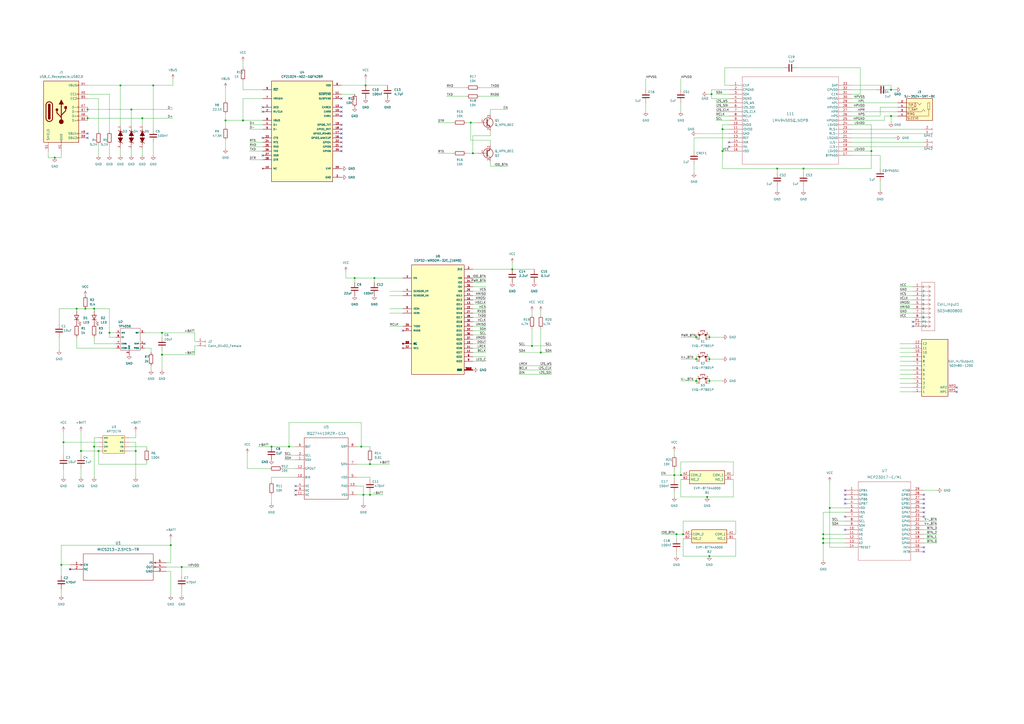
<source format=kicad_sch>
(kicad_sch (version 20211123) (generator eeschema)
  (paper "A2")
  (junction (at 412.75 54.61))
  (junction (at 391.16 275.59))
  (junction (at 93.98 193.04))
  (junction (at 403.86 195.58))
  (junction (at 308.61 200.66))
  (junction (at 140.97 69.85))
  (junction (at 50.8 63.5))
  (junction (at 76.2 63.5))
  (junction (at 411.48 322.58))
  (junction (at 105.41 328.93))
  (junction (at 396.24 309.88))
  (junction (at 167.64 259.08))
  (junction (at 410.21 288.29))
  (junction (at 313.69 204.47))
  (junction (at 505.46 87.63))
  (junction (at 157.48 259.08))
  (junction (at 403.86 220.98))
  (junction (at 99.06 316.23))
  (junction (at 403.86 208.28))
  (junction (at 35.56 327.66))
  (junction (at 394.97 275.59))
  (junction (at 477.52 309.88))
  (junction (at 210.82 287.02))
  (junction (at 411.48 220.98))
  (junction (at 57.15 261.62))
  (junction (at 82.55 68.58))
  (junction (at 274.32 88.9))
  (junction (at 214.63 269.24))
  (junction (at 297.18 156.21))
  (junction (at 466.09 97.79))
  (junction (at 481.33 294.64))
  (junction (at 69.85 49.53))
  (junction (at 477.52 314.96))
  (junction (at 78.74 261.62))
  (junction (at 217.17 161.29))
  (junction (at 411.48 195.58))
  (junction (at 50.8 68.58))
  (junction (at 411.48 208.28))
  (junction (at 46.99 261.62))
  (junction (at 63.5 193.04))
  (junction (at 516.89 52.07))
  (junction (at 212.09 49.53))
  (junction (at 214.63 287.02))
  (junction (at 205.74 161.29))
  (junction (at 419.1 87.63))
  (junction (at 31.75 91.44))
  (junction (at 130.81 69.85))
  (junction (at 49.53 179.07))
  (junction (at 93.98 205.74))
  (junction (at 209.55 259.08))
  (junction (at 273.05 71.12))
  (junction (at 36.83 256.54))
  (junction (at 44.45 179.07))
  (junction (at 54.61 259.08))
  (junction (at 477.52 312.42))
  (junction (at 54.61 179.07))
  (junction (at 516.89 67.31))
  (junction (at 392.43 309.88))
  (junction (at 88.9 49.53))
  (junction (at 450.85 97.79))
  (junction (at 419.1 74.93))
  (no_connect (at 198.12 57.15))
  (no_connect (at 490.22 299.72))
  (no_connect (at 529.59 189.23))
  (no_connect (at 529.59 186.69))
  (no_connect (at 198.12 64.77))
  (no_connect (at 198.12 80.01))
  (no_connect (at 152.4 62.23))
  (no_connect (at 198.12 82.55))
  (no_connect (at 422.91 85.09))
  (no_connect (at 422.91 82.55))
  (no_connect (at 554.99 224.79))
  (no_connect (at 554.99 227.33))
  (no_connect (at 152.4 80.01))
  (no_connect (at 198.12 67.31))
  (no_connect (at 152.4 64.77))
  (no_connect (at 198.12 72.39))
  (no_connect (at 50.8 77.47))
  (no_connect (at 50.8 80.01))
  (no_connect (at 198.12 62.23))
  (no_connect (at 40.64 330.2))
  (no_connect (at 198.12 85.09))
  (no_connect (at 233.68 191.77))
  (no_connect (at 83.82 199.39))
  (no_connect (at 171.45 287.02))
  (no_connect (at 171.45 284.48))
  (no_connect (at 171.45 281.94))
  (no_connect (at 198.12 87.63))
  (no_connect (at 198.12 74.93))
  (no_connect (at 198.12 77.47))
  (no_connect (at 152.4 90.17))
  (no_connect (at 535.94 317.5))
  (no_connect (at 535.94 320.04))
  (no_connect (at 535.94 297.18))
  (no_connect (at 535.94 294.64))
  (no_connect (at 535.94 299.72))
  (no_connect (at 535.94 292.1))
  (no_connect (at 535.94 289.56))
  (no_connect (at 490.22 307.34))
  (no_connect (at 535.94 287.02))
  (no_connect (at 490.22 292.1))
  (no_connect (at 490.22 287.02))
  (no_connect (at 490.22 289.56))
  (no_connect (at 490.22 284.48))
  (wire (pts (xy 69.85 49.53) (xy 69.85 72.39)))
  (wire (pts (xy 274.32 204.47) (xy 281.94 204.47)))
  (wire (pts (xy 130.81 50.8) (xy 130.81 58.42)))
  (wire (pts (xy 273.05 71.12) (xy 276.86 71.12)))
  (wire (pts (xy 217.17 161.29) (xy 233.68 161.29)))
  (wire (pts (xy 420.37 49.53) (xy 420.37 39.37)))
  (wire (pts (xy 419.1 220.98) (xy 411.48 220.98)))
  (wire (pts (xy 214.63 259.08) (xy 209.55 259.08)))
  (wire (pts (xy 394.97 208.28) (xy 403.86 208.28)))
  (wire (pts (xy 450.85 97.79) (xy 419.1 97.79)))
  (wire (pts (xy 403.86 220.98) (xy 403.86 222.25)))
  (wire (pts (xy 93.98 205.74) (xy 93.98 214.63)))
  (wire (pts (xy 87.63 201.93) (xy 87.63 204.47)))
  (wire (pts (xy 392.43 309.88) (xy 396.24 309.88)))
  (wire (pts (xy 422.91 59.69) (xy 415.29 59.69)))
  (wire (pts (xy 494.03 59.69) (xy 520.7 59.69)))
  (wire (pts (xy 36.83 250.19) (xy 36.83 256.54)))
  (wire (pts (xy 212.09 49.53) (xy 224.79 49.53)))
  (wire (pts (xy 521.97 168.91) (xy 529.59 168.91)))
  (wire (pts (xy 214.63 276.86) (xy 214.63 278.13)))
  (wire (pts (xy 411.48 209.55) (xy 410.21 209.55)))
  (wire (pts (xy 543.56 309.88) (xy 535.94 309.88)))
  (wire (pts (xy 410.21 219.71) (xy 411.48 219.71)))
  (wire (pts (xy 274.32 189.23) (xy 281.94 189.23)))
  (wire (pts (xy 157.48 279.4) (xy 157.48 276.86)))
  (wire (pts (xy 391.16 288.29) (xy 391.16 285.75)))
  (wire (pts (xy 477.52 312.42) (xy 477.52 314.96)))
  (wire (pts (xy 477.52 314.96) (xy 490.22 314.96)))
  (wire (pts (xy 521.97 171.45) (xy 529.59 171.45)))
  (wire (pts (xy 50.8 63.5) (xy 76.2 63.5)))
  (wire (pts (xy 88.9 49.53) (xy 88.9 74.93)))
  (wire (pts (xy 426.72 312.42) (xy 426.72 322.58)))
  (wire (pts (xy 50.8 68.58) (xy 50.8 69.85)))
  (wire (pts (xy 233.68 171.45) (xy 226.06 171.45)))
  (wire (pts (xy 254 71.12) (xy 262.89 71.12)))
  (wire (pts (xy 543.56 304.8) (xy 535.94 304.8)))
  (wire (pts (xy 76.2 90.17) (xy 76.2 86.36)))
  (wire (pts (xy 130.81 81.28) (xy 130.81 86.36)))
  (wire (pts (xy 450.85 97.79) (xy 450.85 100.33)))
  (wire (pts (xy 426.72 309.88) (xy 426.72 302.26)))
  (wire (pts (xy 78.74 261.62) (xy 78.74 276.86)))
  (wire (pts (xy 516.89 67.31) (xy 513.08 67.31)))
  (wire (pts (xy 425.45 267.97) (xy 394.97 267.97)))
  (wire (pts (xy 50.8 63.5) (xy 50.8 64.77)))
  (wire (pts (xy 254 88.9) (xy 262.89 88.9)))
  (wire (pts (xy 210.82 281.94) (xy 207.01 281.94)))
  (wire (pts (xy 422.91 54.61) (xy 415.29 54.61)))
  (wire (pts (xy 233.68 168.91) (xy 226.06 168.91)))
  (wire (pts (xy 410.21 54.61) (xy 412.75 54.61)))
  (wire (pts (xy 543.56 312.42) (xy 535.94 312.42)))
  (wire (pts (xy 422.91 57.15) (xy 412.75 57.15)))
  (wire (pts (xy 477.52 312.42) (xy 490.22 312.42)))
  (wire (pts (xy 281.94 201.93) (xy 274.32 201.93)))
  (wire (pts (xy 74.93 256.54) (xy 78.74 256.54)))
  (wire (pts (xy 274.32 156.21) (xy 297.18 156.21)))
  (wire (pts (xy 521.97 184.15) (xy 529.59 184.15)))
  (wire (pts (xy 210.82 292.1) (xy 210.82 287.02)))
  (wire (pts (xy 140.97 46.99) (xy 140.97 52.07)))
  (wire (pts (xy 78.74 256.54) (xy 78.74 261.62)))
  (wire (pts (xy 412.75 52.07) (xy 422.91 52.07)))
  (wire (pts (xy 36.83 256.54) (xy 36.83 264.16)))
  (wire (pts (xy 100.33 49.53) (xy 100.33 45.72)))
  (wire (pts (xy 54.61 254) (xy 54.61 259.08)))
  (wire (pts (xy 57.15 269.24) (xy 57.15 261.62)))
  (wire (pts (xy 54.61 195.58) (xy 54.61 199.39)))
  (wire (pts (xy 516.89 52.07) (xy 519.43 52.07)))
  (wire (pts (xy 205.74 161.29) (xy 200.66 161.29)))
  (wire (pts (xy 82.55 90.17) (xy 82.55 86.36)))
  (wire (pts (xy 157.48 276.86) (xy 171.45 276.86)))
  (wire (pts (xy 207.01 276.86) (xy 214.63 276.86)))
  (wire (pts (xy 396.24 322.58) (xy 396.24 312.42)))
  (wire (pts (xy 477.52 297.18) (xy 490.22 297.18)))
  (wire (pts (xy 391.16 275.59) (xy 383.54 275.59)))
  (wire (pts (xy 83.82 201.93) (xy 87.63 201.93)))
  (wire (pts (xy 44.45 179.07) (xy 44.45 180.34)))
  (wire (pts (xy 391.16 271.78) (xy 391.16 275.59)))
  (wire (pts (xy 63.5 54.61) (xy 63.5 76.2)))
  (wire (pts (xy 466.09 107.95) (xy 466.09 110.49)))
  (wire (pts (xy 140.97 69.85) (xy 152.4 69.85)))
  (wire (pts (xy 140.97 52.07) (xy 152.4 52.07)))
  (wire (pts (xy 494.03 87.63) (xy 505.46 87.63)))
  (wire (pts (xy 130.81 66.04) (xy 130.81 69.85)))
  (wire (pts (xy 152.4 57.15) (xy 140.97 57.15)))
  (wire (pts (xy 105.41 328.93) (xy 105.41 334.01)))
  (wire (pts (xy 501.65 62.23) (xy 494.03 62.23)))
  (wire (pts (xy 521.97 176.53) (xy 529.59 176.53)))
  (wire (pts (xy 419.1 208.28) (xy 411.48 208.28)))
  (wire (pts (xy 494.03 74.93) (xy 535.94 74.93)))
  (wire (pts (xy 419.1 97.79) (xy 419.1 87.63)))
  (wire (pts (xy 419.1 195.58) (xy 411.48 195.58)))
  (wire (pts (xy 403.86 219.71) (xy 403.86 220.98)))
  (wire (pts (xy 82.55 68.58) (xy 100.33 68.58)))
  (wire (pts (xy 422.91 64.77) (xy 415.29 64.77)))
  (wire (pts (xy 171.45 271.78) (xy 163.83 271.78)))
  (wire (pts (xy 477.52 297.18) (xy 477.52 309.88)))
  (wire (pts (xy 50.8 54.61) (xy 63.5 54.61)))
  (wire (pts (xy 274.32 78.74) (xy 274.32 88.9)))
  (wire (pts (xy 313.69 204.47) (xy 320.04 204.47)))
  (wire (pts (xy 274.32 179.07) (xy 281.94 179.07)))
  (wire (pts (xy 394.97 45.72) (xy 394.97 52.07)))
  (wire (pts (xy 313.69 190.5) (xy 313.69 204.47)))
  (wire (pts (xy 274.32 168.91) (xy 281.94 168.91)))
  (wire (pts (xy 394.97 195.58) (xy 403.86 195.58)))
  (wire (pts (xy 281.94 209.55) (xy 274.32 209.55)))
  (wire (pts (xy 274.32 173.99) (xy 281.94 173.99)))
  (wire (pts (xy 422.91 49.53) (xy 420.37 49.53)))
  (wire (pts (xy 93.98 205.74) (xy 113.03 205.74)))
  (wire (pts (xy 392.43 309.88) (xy 383.54 309.88)))
  (wire (pts (xy 278.13 50.8) (xy 289.56 50.8)))
  (wire (pts (xy 113.03 200.66) (xy 114.3 200.66)))
  (wire (pts (xy 412.75 57.15) (xy 412.75 54.61)))
  (wire (pts (xy 297.18 156.21) (xy 309.88 156.21)))
  (wire (pts (xy 513.08 67.31) (xy 513.08 69.85)))
  (wire (pts (xy 50.8 49.53) (xy 69.85 49.53)))
  (wire (pts (xy 466.09 97.79) (xy 450.85 97.79)))
  (wire (pts (xy 425.45 288.29) (xy 410.21 288.29)))
  (wire (pts (xy 96.52 326.39) (xy 99.06 326.39)))
  (wire (pts (xy 63.5 195.58) (xy 63.5 193.04)))
  (wire (pts (xy 521.97 166.37) (xy 529.59 166.37)))
  (wire (pts (xy 494.03 85.09) (xy 535.94 85.09)))
  (wire (pts (xy 113.03 205.74) (xy 113.03 200.66)))
  (wire (pts (xy 74.93 261.62) (xy 78.74 261.62)))
  (wire (pts (xy 515.62 52.07) (xy 516.89 52.07)))
  (wire (pts (xy 46.99 261.62) (xy 57.15 261.62)))
  (wire (pts (xy 466.09 97.79) (xy 466.09 100.33)))
  (wire (pts (xy 494.03 64.77) (xy 520.7 64.77)))
  (wire (pts (xy 259.08 55.88) (xy 270.51 55.88)))
  (wire (pts (xy 477.52 309.88) (xy 490.22 309.88)))
  (wire (pts (xy 273.05 81.28) (xy 273.05 71.12)))
  (wire (pts (xy 274.32 171.45) (xy 281.94 171.45)))
  (wire (pts (xy 481.33 317.5) (xy 490.22 317.5)))
  (wire (pts (xy 520.7 62.23) (xy 510.54 62.23)))
  (wire (pts (xy 516.89 49.53) (xy 516.89 52.07)))
  (wire (pts (xy 300.99 204.47) (xy 313.69 204.47)))
  (wire (pts (xy 313.69 180.34) (xy 313.69 182.88)))
  (wire (pts (xy 494.03 77.47) (xy 535.94 77.47)))
  (wire (pts (xy 140.97 39.37) (xy 140.97 35.56)))
  (wire (pts (xy 510.54 62.23) (xy 510.54 67.31)))
  (wire (pts (xy 57.15 57.15) (xy 57.15 76.2)))
  (wire (pts (xy 278.13 55.88) (xy 289.56 55.88)))
  (wire (pts (xy 535.94 284.48) (xy 543.56 284.48)))
  (wire (pts (xy 499.11 54.61) (xy 494.03 54.61)))
  (wire (pts (xy 392.43 322.58) (xy 392.43 320.04)))
  (wire (pts (xy 519.43 80.01) (xy 494.03 80.01)))
  (wire (pts (xy 481.33 317.5) (xy 481.33 294.64)))
  (wire (pts (xy 284.48 63.5) (xy 294.64 63.5)))
  (wire (pts (xy 210.82 287.02) (xy 214.63 287.02)))
  (wire (pts (xy 412.75 54.61) (xy 412.75 52.07)))
  (wire (pts (xy 200.66 161.29) (xy 200.66 157.48)))
  (wire (pts (xy 403.86 196.85) (xy 405.13 196.85)))
  (wire (pts (xy 284.48 81.28) (xy 273.05 81.28)))
  (wire (pts (xy 46.99 250.19) (xy 46.99 261.62)))
  (wire (pts (xy 209.55 259.08) (xy 207.01 259.08)))
  (wire (pts (xy 411.48 196.85) (xy 410.21 196.85)))
  (wire (pts (xy 521.97 224.79) (xy 529.59 224.79)))
  (wire (pts (xy 405.13 207.01) (xy 403.86 207.01)))
  (wire (pts (xy 425.45 278.13) (xy 425.45 288.29)))
  (wire (pts (xy 34.29 179.07) (xy 34.29 187.96)))
  (wire (pts (xy 391.16 261.62) (xy 391.16 264.16)))
  (wire (pts (xy 521.97 219.71) (xy 529.59 219.71)))
  (wire (pts (xy 49.53 179.07) (xy 44.45 179.07)))
  (wire (pts (xy 392.43 312.42) (xy 392.43 309.88)))
  (wire (pts (xy 410.21 288.29) (xy 394.97 288.29)))
  (wire (pts (xy 405.13 194.31) (xy 403.86 194.31)))
  (wire (pts (xy 281.94 207.01) (xy 274.32 207.01)))
  (wire (pts (xy 50.8 57.15) (xy 57.15 57.15)))
  (wire (pts (xy 165.1 264.16) (xy 171.45 264.16)))
  (wire (pts (xy 217.17 161.29) (xy 205.74 161.29)))
  (wire (pts (xy 422.91 67.31) (xy 415.29 67.31)))
  (wire (pts (xy 149.86 259.08) (xy 157.48 259.08)))
  (wire (pts (xy 281.94 166.37) (xy 274.32 166.37)))
  (wire (pts (xy 505.46 97.79) (xy 466.09 97.79)))
  (wire (pts (xy 130.81 69.85) (xy 130.81 73.66)))
  (wire (pts (xy 411.48 194.31) (xy 411.48 195.58)))
  (wire (pts (xy 505.46 87.63) (xy 505.46 97.79)))
  (wire (pts (xy 396.24 302.26) (xy 396.24 309.88)))
  (wire (pts (xy 426.72 302.26) (xy 396.24 302.26)))
  (wire (pts (xy 284.48 78.74) (xy 274.32 78.74)))
  (wire (pts (xy 54.61 179.07) (xy 49.53 179.07)))
  (wire (pts (xy 63.5 83.82) (xy 63.5 90.17)))
  (wire (pts (xy 54.61 179.07) (xy 63.5 179.07)))
  (wire (pts (xy 217.17 161.29) (xy 217.17 163.83)))
  (wire (pts (xy 419.1 74.93) (xy 422.91 74.93)))
  (wire (pts (xy 233.68 179.07) (xy 226.06 179.07)))
  (wire (pts (xy 410.21 207.01) (xy 411.48 207.01)))
  (wire (pts (xy 35.56 91.44) (xy 35.56 87.63)))
  (wire (pts (xy 93.98 193.04) (xy 93.98 195.58)))
  (wire (pts (xy 481.33 294.64) (xy 481.33 279.4)))
  (wire (pts (xy 167.64 259.08) (xy 167.64 245.11)))
  (wire (pts (xy 494.03 72.39) (xy 505.46 72.39)))
  (wire (pts (xy 205.74 161.29) (xy 205.74 163.83)))
  (wire (pts (xy 521.97 199.39) (xy 529.59 199.39)))
  (wire (pts (xy 63.5 193.04) (xy 63.5 179.07)))
  (wire (pts (xy 83.82 193.04) (xy 93.98 193.04)))
  (wire (pts (xy 411.48 195.58) (xy 411.48 196.85)))
  (wire (pts (xy 93.98 203.2) (xy 93.98 205.74)))
  (wire (pts (xy 88.9 90.17) (xy 88.9 82.55)))
  (wire (pts (xy 157.48 259.08) (xy 167.64 259.08)))
  (wire (pts (xy 481.33 294.64) (xy 490.22 294.64)))
  (wire (pts (xy 63.5 193.04) (xy 67.31 193.04)))
  (wire (pts (xy 85.09 267.97) (xy 85.09 269.24)))
  (wire (pts (xy 422.91 77.47) (xy 403.86 77.47)))
  (wire (pts (xy 207.01 287.02) (xy 210.82 287.02)))
  (wire (pts (xy 494.03 69.85) (xy 513.08 69.85)))
  (wire (pts (xy 394.97 220.98) (xy 403.86 220.98)))
  (wire (pts (xy 44.45 195.58) (xy 44.45 201.93)))
  (wire (pts (xy 76.2 63.5) (xy 76.2 72.39)))
  (wire (pts (xy 27.94 87.63) (xy 27.94 91.44)))
  (wire (pts (xy 405.13 219.71) (xy 403.86 219.71)))
  (wire (pts (xy 54.61 259.08) (xy 57.15 259.08)))
  (wire (pts (xy 82.55 68.58) (xy 82.55 72.39)))
  (wire (pts (xy 152.4 85.09) (xy 144.78 85.09)))
  (wire (pts (xy 152.4 74.93) (xy 144.78 74.93)))
  (wire (pts (xy 410.21 194.31) (xy 411.48 194.31)))
  (wire (pts (xy 402.59 95.25) (xy 402.59 100.33)))
  (wire (pts (xy 521.97 214.63) (xy 529.59 214.63)))
  (wire (pts (xy 281.94 194.31) (xy 274.32 194.31)))
  (wire (pts (xy 198.12 49.53) (xy 212.09 49.53)))
  (wire (pts (xy 205.74 54.61) (xy 198.12 54.61)))
  (wire (pts (xy 281.94 161.29) (xy 274.32 161.29)))
  (wire (pts (xy 521.97 212.09) (xy 529.59 212.09)))
  (wire (pts (xy 521.97 201.93) (xy 529.59 201.93)))
  (wire (pts (xy 57.15 83.82) (xy 57.15 90.17)))
  (wire (pts (xy 270.51 88.9) (xy 274.32 88.9)))
  (wire (pts (xy 543.56 307.34) (xy 535.94 307.34)))
  (wire (pts (xy 88.9 49.53) (xy 100.33 49.53)))
  (wire (pts (xy 394.97 59.69) (xy 394.97 64.77)))
  (wire (pts (xy 274.32 186.69) (xy 281.94 186.69)))
  (wire (pts (xy 281.94 199.39) (xy 274.32 199.39)))
  (wire (pts (xy 521.97 179.07) (xy 529.59 179.07)))
  (wire (pts (xy 105.41 328.93) (xy 115.57 328.93)))
  (wire (pts (xy 300.99 200.66) (xy 308.61 200.66)))
  (wire (pts (xy 85.09 259.08) (xy 74.93 259.08)))
  (wire (pts (xy 308.61 190.5) (xy 308.61 200.66)))
  (wire (pts (xy 274.32 196.85) (xy 281.94 196.85)))
  (wire (pts (xy 281.94 191.77) (xy 274.32 191.77)))
  (wire (pts (xy 516.89 71.12) (xy 516.89 67.31)))
  (wire (pts (xy 214.63 287.02) (xy 214.63 285.75)))
  (wire (pts (xy 374.65 45.72) (xy 374.65 52.07)))
  (wire (pts (xy 274.32 176.53) (xy 281.94 176.53)))
  (wire (pts (xy 422.91 69.85) (xy 415.29 69.85)))
  (wire (pts (xy 87.63 212.09) (xy 87.63 214.63)))
  (wire (pts (xy 411.48 207.01) (xy 411.48 208.28)))
  (wire (pts (xy 259.08 50.8) (xy 270.51 50.8)))
  (wire (pts (xy 35.56 327.66) (xy 40.64 327.66)))
  (wire (pts (xy 113.03 198.12) (xy 114.3 198.12)))
  (wire (pts (xy 212.09 45.72) (xy 212.09 49.53)))
  (wire (pts (xy 74.93 254) (xy 78.74 254)))
  (wire (pts (xy 140.97 57.15) (xy 140.97 69.85)))
  (wire (pts (xy 214.63 269.24) (xy 207.01 269.24)))
  (wire (pts (xy 156.21 271.78) (xy 143.51 271.78)))
  (wire (pts (xy 209.55 245.11) (xy 209.55 259.08)))
  (wire (pts (xy 284.48 66.04) (xy 284.48 63.5)))
  (wire (pts (xy 105.41 341.63) (xy 105.41 345.44)))
  (wire (pts (xy 425.45 275.59) (xy 425.45 267.97)))
  (wire (pts (xy 152.4 92.71) (xy 144.78 92.71)))
  (wire (pts (xy 520.7 67.31) (xy 516.89 67.31)))
  (wire (pts (xy 35.56 316.23) (xy 35.56 327.66)))
  (wire (pts (xy 297.18 152.4) (xy 297.18 156.21)))
  (wire (pts (xy 462.28 39.37) (xy 499.11 39.37)))
  (wire (pts (xy 477.52 314.96) (xy 477.52 325.12)))
  (wire (pts (xy 521.97 217.17) (xy 529.59 217.17)))
  (wire (pts (xy 391.16 275.59) (xy 394.97 275.59)))
  (wire (pts (xy 422.91 72.39) (xy 419.1 72.39)))
  (wire (pts (xy 27.94 91.44) (xy 31.75 91.44)))
  (wire (pts (xy 521.97 207.01) (xy 529.59 207.01)))
  (wire (pts (xy 50.8 67.31) (xy 50.8 68.58)))
  (wire (pts (xy 521.97 227.33) (xy 529.59 227.33)))
  (wire (pts (xy 35.56 327.66) (xy 35.56 334.01)))
  (wire (pts (xy 403.86 222.25) (xy 405.13 222.25)))
  (wire (pts (xy 99.06 331.47) (xy 99.06 345.44)))
  (wire (pts (xy 419.1 72.39) (xy 419.1 74.93)))
  (wire (pts (xy 494.03 67.31) (xy 510.54 67.31)))
  (wire (pts (xy 403.86 195.58) (xy 403.86 196.85)))
  (wire (pts (xy 274.32 184.15) (xy 281.94 184.15)))
  (wire (pts (xy 521.97 209.55) (xy 529.59 209.55)))
  (wire (pts (xy 54.61 179.07) (xy 54.61 180.34)))
  (wire (pts (xy 284.48 76.2) (xy 284.48 78.74)))
  (wire (pts (xy 284.48 83.82) (xy 284.48 81.28)))
  (wire (pts (xy 69.85 49.53) (xy 88.9 49.53)))
  (wire (pts (xy 403.86 207.01) (xy 403.86 208.28)))
  (wire (pts (xy 505.46 72.39) (xy 505.46 87.63)))
  (wire (pts (xy 57.15 254) (xy 54.61 254)))
  (wire (pts (xy 67.31 195.58) (xy 63.5 195.58)))
  (wire (pts (xy 499.11 39.37) (xy 499.11 54.61)))
  (wire (pts (xy 85.09 269.24) (xy 57.15 269.24)))
  (wire (pts (xy 308.61 180.34) (xy 308.61 182.88)))
  (wire (pts (xy 46.99 276.86) (xy 46.99 271.78)))
  (wire (pts (xy 501.65 57.15) (xy 494.03 57.15)))
  (wire (pts (xy 394.97 288.29) (xy 394.97 278.13)))
  (wire (pts (xy 308.61 200.66) (xy 320.04 200.66)))
  (wire (pts (xy 284.48 93.98) (xy 284.48 96.52)))
  (wire (pts (xy 422.91 62.23) (xy 415.29 62.23)))
  (wire (pts (xy 494.03 90.17) (xy 510.54 90.17)))
  (wire (pts (xy 300.99 217.17) (xy 320.04 217.17)))
  (wire (pts (xy 96.52 331.47) (xy 99.06 331.47)))
  (wire (pts (xy 35.56 341.63) (xy 35.56 345.44)))
  (wire (pts (xy 96.52 328.93) (xy 105.41 328.93)))
  (wire (pts (xy 510.54 90.17) (xy 510.54 97.79)))
  (wire (pts (xy 99.06 312.42) (xy 99.06 316.23)))
  (wire (pts (xy 494.03 49.53) (xy 516.89 49.53)))
  (wire (pts (xy 391.16 278.13) (xy 391.16 275.59)))
  (wire (pts (xy 165.1 266.7) (xy 171.45 266.7)))
  (wire (pts (xy 78.74 254) (xy 78.74 250.19)))
  (wire (pts (xy 152.4 87.63) (xy 144.78 87.63)))
  (wire (pts (xy 411.48 220.98) (xy 411.48 222.25)))
  (wire (pts (xy 54.61 259.08) (xy 54.61 276.86)))
  (wire (pts (xy 521.97 181.61) (xy 529.59 181.61)))
  (wire (pts (xy 494.03 82.55) (xy 535.94 82.55)))
  (wire (pts (xy 411.48 208.28) (xy 411.48 209.55)))
  (wire (pts (xy 422.91 80.01) (xy 402.59 80.01)))
  (wire (pts (xy 99.06 316.23) (xy 99.06 326.39)))
  (wire (pts (xy 274.32 88.9) (xy 276.86 88.9)))
  (wire (pts (xy 426.72 322.58) (xy 411.48 322.58)))
  (wire (pts (xy 494.03 52.07) (xy 508 52.07)))
  (wire (pts (xy 167.64 245.11) (xy 209.55 245.11)))
  (wire (pts (xy 403.86 194.31) (xy 403.86 195.58)))
  (wire (pts (xy 477.52 309.88) (xy 477.52 312.42)))
  (wire (pts (xy 152.4 72.39) (xy 144.78 72.39)))
  (wire (pts (xy 50.8 62.23) (xy 50.8 63.5)))
  (wire (pts (xy 76.2 63.5) (xy 100.33 63.5)))
  (wire (pts (xy 419.1 87.63) (xy 422.91 87.63)))
  (wire (pts (xy 403.86 208.28) (xy 403.86 209.55)))
  (wire (pts (xy 490.22 304.8) (xy 482.6 304.8)))
  (wire (pts (xy 402.59 80.01) (xy 402.59 87.63)))
  (wire (pts (xy 214.63 259.08) (xy 214.63 260.35)))
  (wire (pts (xy 411.48 219.71) (xy 411.48 220.98)))
  (wire (pts (xy 300.99 214.63) (xy 320.04 214.63)))
  (wire (pts (xy 543.56 302.26) (xy 535.94 302.26)))
  (wire (pts (xy 543.56 314.96) (xy 535.94 314.96)))
  (wire (pts (xy 69.85 90.17) (xy 69.85 86.36)))
  (wire (pts (xy 419.1 74.93) (xy 419.1 87.63)))
  (wire (pts (xy 214.63 287.02) (xy 222.25 287.02)))
  (wire (pts (xy 510.54 105.41) (xy 510.54 110.49)))
  (wire (pts (xy 50.8 68.58) (xy 82.55 68.58)))
  (wire (pts (xy 46.99 264.16) (xy 46.99 261.62)))
  (wire (pts (xy 152.4 82.55) (xy 144.78 82.55)))
  (wire (pts (xy 274.32 181.61) (xy 281.94 181.61)))
  (wire (pts (xy 93.98 193.04) (xy 113.03 193.04)))
  (wire (pts (xy 35.56 316.23) (xy 99.06 316.23)))
  (wire (pts (xy 420.37 39.37) (xy 454.66 39.37)))
  (wire (pts (xy 411.48 322.58) (xy 396.24 322.58)))
  (wire (pts (xy 214.63 267.97) (xy 214.63 269.24)))
  (wire (pts (xy 521.97 173.99) (xy 529.59 173.99)))
  (wire (pts (xy 210.82 281.94) (xy 210.82 287.02)))
  (wire (pts (xy 281.94 163.83) (xy 274.32 163.83)))
  (wire (pts (xy 54.61 199.39) (xy 67.31 199.39)))
  (wire (pts (xy 214.63 269.24) (xy 226.06 269.24)))
  (wire (pts (xy 143.51 271.78) (xy 143.51 262.89)))
  (wire (pts (xy 450.85 107.95) (xy 450.85 110.49)))
  (wire (pts (xy 521.97 204.47) (xy 529.59 204.47)))
  (wire (pts (xy 44.45 179.07) (xy 34.29 179.07)))
  (wire (pts (xy 85.09 260.35) (xy 85.09 259.08)))
  (wire (pts (xy 300.99 212.09) (xy 320.04 212.09)))
  (wire (pts (xy 36.83 256.54) (xy 57.15 256.54)))
  (wire (pts (xy 157.48 287.02) (xy 157.48 292.1)))
  (wire (pts (xy 171.45 259.08) (xy 167.64 259.08)))
  (wire (pts (xy 394.97 267.97) (xy 394.97 275.59)))
  (wire (pts (xy 31.75 91.44) (xy 35.56 91.44)))
  (wire (pts (xy 374.65 59.69) (xy 374.65 64.77)))
  (wire (pts (xy 44.45 201.93) (xy 67.31 201.93)))
  (wire (pts (xy 411.48 222.25) (xy 410.21 222.25)))
  (wire (pts (xy 130.81 69.85) (xy 140.97 69.85)))
  (wire (pts (xy 490.22 302.26) (xy 482.6 302.26)))
  (wire (pts (xy 521.97 222.25) (xy 529.59 222.25)))
  (wire (pts (xy 270.51 71.12) (xy 273.05 71.12)))
  (wire (pts (xy 233.68 181.61) (xy 226.06 181.61)))
  (wire (pts (xy 284.48 96.52) (xy 294.64 96.52)))
  (wire (pts (xy 403.86 209.55) (xy 405.13 209.55)))
  (wire (pts (xy 34.29 195.58) (xy 34.29 203.2)))
  (wire (pts (xy 233.68 189.23) (xy 226.06 189.23)))
  (wire (pts (xy 36.83 276.86) (xy 36.83 271.78)))
  (wire (pts (xy 113.03 193.04) (xy 113.03 198.12)))
  (label "BCLK" (at 300.99 214.63 0))
  (label "TXD" (at 144.78 87.63 0))
  (label "LED_C" (at 281.94 209.55 180))
  (label "RTS" (at 254 88.9 0))
  (label "TXD" (at 259.08 55.88 0))
  (label "SDA" (at 320.04 204.47 180))
  (label "SDA" (at 415.29 54.61 0))
  (label "I2S_WS" (at 415.29 59.69 0))
  (label "HPVDD" (at 115.57 328.93 180))
  (label "VMOSI" (at 281.94 196.85 180))
  (label "IO0_BTN" (at 281.94 161.29 180))
  (label "HPVDD" (at 501.65 62.23 180))
  (label "TXD0" (at 289.56 50.8 180))
  (label "HPVSS" (at 501.65 57.15 180))
  (label "HPVSS" (at 374.65 45.72 0))
  (label "HPVDD" (at 394.97 45.72 0))
  (label "DTR" (at 254 71.12 0))
  (label "V-_BTN" (at 543.56 302.26 180))
  (label "VCLK" (at 281.94 186.69 180))
  (label "SCL" (at 165.1 264.16 0))
  (label "PWR_BTN" (at 394.97 195.58 0))
  (label "I2S_SDI" (at 320.04 217.17 180))
  (label "BCLK" (at 281.94 204.47 180))
  (label "+BATT" (at 226.06 269.24 180))
  (label "D+" (at 100.33 68.58 180))
  (label "PWR_BTN" (at 281.94 163.83 180))
  (label "VCC" (at 521.97 166.37 0))
  (label "I2S_WS" (at 320.04 212.09 180))
  (label "SDA" (at 281.94 191.77 180))
  (label "HCS" (at 281.94 179.07 180))
  (label "VCS" (at 281.94 168.91 180))
  (label "MCLK" (at 226.06 189.23 0))
  (label "VMOSI" (at 521.97 176.53 0))
  (label "LSVDD" (at 501.65 72.39 180))
  (label "-BATT" (at 222.25 287.02 180))
  (label "+BATT" (at 113.03 193.04 180))
  (label "SDA" (at 300.99 204.47 0))
  (label "I2S_CLK" (at 320.04 214.63 180))
  (label "VMISO" (at 281.94 189.23 180))
  (label "EN" (at 383.54 275.59 0))
  (label "TXD0" (at 281.94 184.15 180))
  (label "HPL" (at 501.65 59.69 180))
  (label "-BATT" (at 113.03 205.74 180))
  (label "EN" (at 294.64 63.5 180))
  (label "HMISO" (at 281.94 171.45 180))
  (label "V-_BTN" (at 394.97 220.98 0))
  (label "HMOSI" (at 281.94 173.99 180))
  (label "SCL" (at 482.6 302.26 0))
  (label "RXD0" (at 289.56 55.88 180))
  (label "BTN_1" (at 543.56 312.42 180))
  (label "SDA" (at 482.6 304.8 0))
  (label "HSCLK" (at 281.94 176.53 180))
  (label "I2S_SDI" (at 415.29 62.23 0))
  (label "IO0_BTN" (at 383.54 309.88 0))
  (label "SCL" (at 300.99 200.66 0))
  (label "RXD" (at 259.08 50.8 0))
  (label "VCLK" (at 521.97 173.99 0))
  (label "HPR" (at 501.65 64.77 180))
  (label "+BATT" (at 149.86 259.08 0))
  (label "SDA" (at 165.1 266.7 0))
  (label "SCL" (at 415.29 69.85 0))
  (label "HPS" (at 501.65 67.31 180))
  (label "BTN_0" (at 543.56 314.96 180))
  (label "RXD" (at 144.78 85.09 0))
  (label "GND" (at 521.97 168.91 0))
  (label "GND" (at 521.97 181.61 0))
  (label "SCL" (at 320.04 200.66 180))
  (label "BTN_2" (at 543.56 309.88 180))
  (label "VMISO" (at 521.97 179.07 0))
  (label "DTR" (at 144.78 92.71 0))
  (label "MCLK" (at 415.29 67.31 0))
  (label "VCS" (at 521.97 171.45 0))
  (label "D+" (at 144.78 72.39 0))
  (label "D-" (at 100.33 63.5 180))
  (label "SCL" (at 281.94 194.31 180))
  (label "VCC" (at 419.1 87.63 0))
  (label "I2S_CLK" (at 415.29 64.77 0))
  (label "D-" (at 144.78 74.93 0))
  (label "V+_BTN" (at 394.97 208.28 0))
  (label "VCC" (at 521.97 184.15 0))
  (label "DIN" (at 300.99 217.17 0))
  (label "DOUT" (at 281.94 199.39 180))
  (label "LRCK" (at 281.94 201.93 180))
  (label "LRCK" (at 300.99 212.09 0))
  (label "HPGND" (at 501.65 69.85 180))
  (label "IO0_BTN" (at 294.64 96.52 180))
  (label "LSVDD" (at 501.65 87.63 180))
  (label "BTN_3" (at 543.56 307.34 180))
  (label "RTS" (at 144.78 82.55 0))
  (label "RXD0" (at 281.94 181.61 180))
  (label "V+_BTN" (at 543.56 304.8 180))
  (symbol (lib_id "power:GND") (at 78.74 276.86 0) (unit 1)
    (property "Reference" "#PWR016" (effects hide))
    (property "Value" "GND" (at 78.74 281.94 0))
  )
  (symbol (lib_id "power:GND") (at 74.93 205.74 0) (unit 1)
    (property "Reference" "#PWR013" (effects hide))
    (property "Value" "GND" (at 74.93 210.82 0))
  )
  (symbol (lib_id "power:GND") (at 410.21 288.29 0) (unit 1)
    (property "Reference" "#PWR055" (effects hide))
    (property "Value" "GND" (at 410.21 293.37 0))
  )
  (symbol (lib_id "power:VCC") (at 140.97 35.56 0) (unit 1)
    (property "Reference" "#PWR027" (effects hide))
    (property "Value" "VCC" (at 140.97 30.48 0))
  )
  (symbol (lib_id "Device:R") (at 274.32 55.88 270) (unit 1)
    (property "Reference" "R18" (at 274.32 58.42 90))
    (property "Value" "10K" (at 274.32 60.96 90))
    (property "Footprint" "Resistor_SMD:R_0805_2012Metric" (effects hide))
  )
  (symbol (lib_id "Device:C") (at 217.17 167.64 180) (unit 1)
    (property "Reference" "C12" (at 218.44 165.1 0) (effects (justify right)))
    (property "Value" "100nF" (at 210.82 170.18 0) (effects (justify right)))
    (property "Footprint" "Capacitor_SMD:C_0805_2012Metric" (effects hide))
  )
  (symbol (lib_id "Device:C") (at 224.79 53.34 180) (unit 1)
    (property "Reference" "C13" (at 228.6 52.07 0) (effects (justify right)))
    (property "Value" "4.7uF" (at 228.6 54.61 0) (effects (justify right)))
    (property "Footprint" "Capacitor_SMD:C_0805_2012Metric" (effects hide))
  )
  (symbol (lib_id "power:VCC") (at 308.61 180.34 0) (unit 1)
    (property "Reference" "#PWR044" (effects hide))
    (property "Value" "VCC" (at 308.61 175.26 0))
  )
  (symbol (lib_id "Device:R") (at 160.02 271.78 270) (unit 1)
    (property "Reference" "R12" (at 165.1 270.51 90))
    (property "Value" "10K" (at 165.1 273.05 90))
    (property "Footprint" "Resistor_SMD:R_0805_2012Metric" (effects hide))
  )
  (symbol (lib_id "tp4056:TP4056") (at 62.23 190.5 0) (unit 1)
    (property "Reference" "U2" (at 69.85 186.69 0))
    (property "Value" "TP4056" (at 72.39 189.23 0))
    (property "Footprint" "Package_SO:SOP-8_3.9x4.9mm_P1.27mm" (effects hide))
  )
  (symbol (lib_id "power:GND") (at 69.85 90.17 0) (unit 1)
    (property "Reference" "#PWR012" (effects hide))
    (property "Value" "GND" (at 69.85 95.25 0))
  )
  (symbol (lib_id "power:GND") (at 76.2 90.17 0) (unit 1)
    (property "Reference" "#PWR014" (effects hide))
    (property "Value" "GND" (at 76.2 95.25 0))
  )
  (symbol (lib_id "power:GND") (at 198.12 97.79 90) (unit 1)
    (property "Reference" "#PWR031" (effects hide))
    (property "Value" "GND" (at 201.93 97.7899 90) (effects (justify right)))
  )
  (symbol (lib_id "power:GND") (at 212.09 57.15 0) (unit 1)
    (property "Reference" "#PWR038" (effects hide))
    (property "Value" "GND" (at 212.09 62.23 0))
  )
  (symbol (lib_id "power:VCC") (at 212.09 45.72 0) (unit 1)
    (property "Reference" "#PWR037" (effects hide))
    (property "Value" "VCC" (at 212.09 40.64 0))
  )
  (symbol (lib_id "power:GND") (at 87.63 214.63 0) (unit 1)
    (property "Reference" "#PWR018" (effects hide))
    (property "Value" "GND" (at 87.63 219.71 0))
  )
  (symbol (lib_id "power:GND") (at 205.74 62.23 0) (unit 1)
    (property "Reference" "#PWR034" (effects hide))
    (property "Value" "GND" (at 205.74 67.31 0))
  )
  (symbol (lib_id "Device:C") (at 46.99 267.97 180) (unit 1)
    (property "Reference" "C4" (at 48.26 265.43 0) (effects (justify right)))
    (property "Value" "1uF" (at 49.53 267.97 0) (effects (justify right)))
    (property "Footprint" "Capacitor_SMD:C_0805_2012Metric" (effects hide))
  )
  (symbol (lib_id "power:GND") (at 519.43 52.07 90) (unit 1)
    (property "Reference" "#PWR066" (effects hide))
    (property "Value" "GND" (at 520.7 54.61 90))
  )
  (symbol (lib_id "power:GND") (at 411.48 322.58 0) (unit 1)
    (property "Reference" "#PWR056" (effects hide))
    (property "Value" "GND" (at 411.48 327.66 0))
  )
  (symbol (lib_id "AP7217A:AP7217A") (at 63.5 260.35 0) (unit 1)
    (property "Reference" "U3" (at 66.04 247.65 0))
    (property "Value" "AP7217A" (at 66.04 250.19 0))
    (property "Footprint" "AP7217A:SOIC127P600X175-8N" (effects hide))
  )
  (symbol (lib_id "power:GND") (at 410.21 54.61 270) (unit 1)
    (property "Reference" "#PWR054" (effects hide))
    (property "Value" "GND" (at 408.94 57.15 90))
  )
  (symbol (lib_id "power:GND") (at 88.9 90.17 0) (unit 1)
    (property "Reference" "#PWR019" (effects hide))
    (property "Value" "GND" (at 88.9 95.25 0))
  )
  (symbol (lib_id "Device:C") (at 309.88 160.02 180) (unit 1)
    (property "Reference" "C15" (at 313.69 157.48 0) (effects (justify right)))
    (property "Value" "0.1uF" (at 313.69 160.02 0) (effects (justify right)))
    (property "Footprint" "Capacitor_SMD:C_0805_2012Metric" (effects hide))
  )
  (symbol (lib_id "Device:LED") (at 54.61 184.15 90) (unit 1)
    (property "Reference" "D2" (at 58.42 184.4674 90) (effects (justify right)))
    (property "Value" "LED" (at 58.42 187.0074 90) (effects (justify right)))
  )
  (symbol (lib_id "power:GND") (at 93.98 214.63 0) (unit 1)
    (property "Reference" "#PWR020" (effects hide))
    (property "Value" "GND" (at 93.98 219.71 0))
  )
  (symbol (lib_id "Device:R") (at 266.7 88.9 90) (unit 1)
    (property "Reference" "R16" (at 266.7 92.71 90))
    (property "Value" "10K" (at 266.7 95.25 90))
    (property "Footprint" "Resistor_SMD:R_0805_2012Metric" (effects hide))
  )
  (symbol (lib_id "power:VCC") (at 200.66 157.48 0) (unit 1)
    (property "Reference" "#PWR033" (effects hide))
    (property "Value" "VCC" (at 200.66 152.4 0))
  )
  (symbol (lib_id "Device:C") (at 511.81 52.07 270) (unit 1)
    (property "Reference" "CS4" (at 515.62 53.34 90) (effects (justify right)))
    (property "Value" "1uF" (at 516.89 55.88 90) (effects (justify right)))
    (property "Footprint" "Capacitor_SMD:C_0805_2012Metric" (effects hide))
  )
  (symbol (lib_id "EVQ-P7B01P:EVQ-P7B01P") (at 407.67 194.31 0) (unit 1)
    (property "Reference" "S1" (at 407.67 198.12 0))
    (property "Value" "EVQ-P7B01P" (at 407.67 200.66 0))
    (property "Footprint" "EVQ-P7B01P:EVQ-P7B01P" (effects hide))
    (property "DigiKey_Part_Number" "P16764TR-ND" (effects hide))
    (property "MF" "Panasonic Electronic Components" (effects hide))
    (property "Purchase-URL" "https://www.snapeda.com/api/url_track_click_mouser/?unipart_id=10869826&manufacturer=Panasonic Electronic Components&part_name=EVQ-P7B01P&search_term=None" (effects hide))
    (property "Package" "None" (effects hide))
    (property "SnapEDA_Link" "https://www.snapeda.com/parts/EVQ-P7B01P/Panasonic/view-part/?ref=snap" (effects hide))
    (property "MP" "EVQ-P7B01P" (effects hide))
    (property "Description" "\nTactile Switch SPST-NO Side Actuated Surface Mount, Right Angle\n" (effects hide))
    (property "Check_prices" "https://www.snapeda.com/parts/EVQ-P7B01P/Panasonic/view-part/?ref=eda" (effects hide))
  )
  (symbol (lib_id "Device:C") (at 205.74 167.64 180) (unit 1)
    (property "Reference" "C9" (at 207.01 165.1 0) (effects (justify right)))
    (property "Value" "22uF" (at 199.39 170.18 0) (effects (justify right)))
    (property "Footprint" "Capacitor_SMD:C_0805_2012Metric" (effects hide))
  )
  (symbol (lib_id "power:GND") (at 519.43 80.01 90) (unit 1)
    (property "Reference" "#PWR067" (effects hide))
    (property "Value" "GND" (at 523.24 80.0099 90) (effects (justify right)))
  )
  (symbol (lib_id "Device:C") (at 93.98 199.39 180) (unit 1)
    (property "Reference" "C6" (at 95.25 194.31 0) (effects (justify right)))
    (property "Value" "10uF" (at 95.25 196.85 0) (effects (justify right)))
    (property "Footprint" "Capacitor_SMD:C_0805_2012Metric" (effects hide))
  )
  (symbol (lib_id "BQ27441DRZR_G1A:BQ27441DRZR-G1A") (at 189.23 271.78 0) (unit 1)
    (property "Reference" "U5" (at 189.23 247.65 0) (effects (font (size 1.524 1.524))))
    (property "Value" "BQ27441DRZR-G1A" (at 189.23 251.46 0) (effects (font (size 1.524 1.524))))
    (property "Footprint" "Copy of DRZ0012A" (effects hide))
    (property "Datasheet" "BQ27441DRZR-G1A" (effects hide))
  )
  (symbol (lib_id "power:GND") (at 82.55 90.17 0) (unit 1)
    (property "Reference" "#PWR017" (effects hide))
    (property "Value" "GND" (at 82.55 95.25 0))
  )
  (symbol (lib_id "ul_5034800800:5034800800") (at 529.59 166.37 0) (unit 1)
    (property "Reference" "Cell_Input1" (at 543.56 176.53 0) (effects (font (size 1.524 1.524)) (justify left)))
    (property "Value" "5034800800" (at 543.56 180.34 0) (effects (font (size 1.524 1.524)) (justify left)))
    (property "Footprint" "ul_5034800800:ul_5034800800" (effects hide))
    (property "Datasheet" "5034800800" (effects hide))
  )
  (symbol (lib_id "power:GND") (at 510.54 110.49 0) (unit 1)
    (property "Reference" "#PWR064" (effects hide))
    (property "Value" "GND" (at 510.54 115.57 0))
  )
  (symbol (lib_id "power:VCC") (at 36.83 250.19 0) (unit 1)
    (property "Reference" "#PWR04" (effects hide))
    (property "Value" "VCC" (at 36.83 245.11 0))
  )
  (symbol (lib_id "Device:R") (at 54.61 191.77 0) (unit 1)
    (property "Reference" "R3" (at 57.15 190.4999 0) (effects (justify left)))
    (property "Value" "1k" (at 57.15 193.0399 0) (effects (justify left)))
    (property "Footprint" "Resistor_SMD:R_0805_2012Metric" (effects hide))
  )
  (symbol (lib_id "power:GND") (at 198.12 102.87 90) (unit 1)
    (property "Reference" "#PWR032" (effects hide))
    (property "Value" "GND" (at 201.93 102.8699 90) (effects (justify right)))
  )
  (symbol (lib_id "Device:C") (at 157.48 262.89 180) (unit 1)
    (property "Reference" "C8" (at 160.02 260.35 0) (effects (justify right)))
    (property "Value" "1uF" (at 160.02 262.89 0) (effects (justify right)))
    (property "Footprint" "Capacitor_SMD:C_0805_2012Metric" (effects hide))
  )
  (symbol (lib_id "power:GND") (at 210.82 292.1 0) (unit 1)
    (property "Reference" "#PWR036" (effects hide))
    (property "Value" "GND" (at 210.82 297.18 0))
  )
  (symbol (lib_id "power:GND") (at 274.32 214.63 90) (unit 1)
    (property "Reference" "#PWR041" (effects hide))
    (property "Value" "GND" (at 278.13 214.6299 90) (effects (justify right)))
  )
  (symbol (lib_id "power:GND") (at 419.1 195.58 90) (unit 1)
    (property "Reference" "#PWR057" (effects hide))
    (property "Value" "GND" (at 422.91 195.5799 90) (effects (justify right)))
  )
  (symbol (lib_id "Device:C") (at 392.43 316.23 180) (unit 1)
    (property "Reference" "C18" (at 384.81 313.69 0) (effects (justify right)))
    (property "Value" "100nF" (at 383.54 316.23 0) (effects (justify right)))
    (property "Footprint" "Capacitor_SMD:C_0805_2012Metric" (effects hide))
  )
  (symbol (lib_id "Connector:Conn_01x02_Female") (at 541.02 77.47 0) (mirror x) (unit 1)
    (property "Reference" "SPK1" (at 538.48 78.74 0))
    (property "Value" "Conn_01x02_Female" (effects hide))
  )
  (symbol (lib_id "Device:C") (at 458.47 39.37 270) (unit 1)
    (property "Reference" "C19" (at 461.01 33.02 90) (effects (justify right)))
    (property "Value" "1uF" (at 461.01 35.56 90) (effects (justify right)))
    (property "Footprint" "Capacitor_SMD:C_0805_2012Metric" (effects hide))
  )
  (symbol (lib_id "Device:R") (at 266.7 71.12 270) (unit 1)
    (property "Reference" "R15" (at 266.7 64.77 90))
    (property "Value" "10K" (at 266.7 67.31 90))
    (property "Footprint" "Resistor_SMD:R_0805_2012Metric" (effects hide))
  )
  (symbol (lib_id "power:GND") (at 297.18 163.83 0) (unit 1)
    (property "Reference" "#PWR043" (effects hide))
    (property "Value" "GND" (at 297.18 168.91 0))
  )
  (symbol (lib_id "power:GND") (at 130.81 86.36 0) (unit 1)
    (property "Reference" "#PWR026" (effects hide))
    (property "Value" "GND" (at 130.81 91.44 0))
  )
  (symbol (lib_id "power:GND") (at 217.17 171.45 0) (unit 1)
    (property "Reference" "#PWR039" (effects hide))
    (property "Value" "GND" (at 217.17 176.53 0))
  )
  (symbol (lib_id "EVP-BT7A4A000:EVP-BT7A4A000") (at 426.72 312.42 180) (unit 1)
    (property "Reference" "B2" (at 411.48 320.04 0))
    (property "Value" "EVP-BT7A4A000" (at 411.48 317.5 0))
    (property "Footprint" "EVP-BT7A4A000:EVPBT7A4A000" (effects hide))
    (property "Reference_1" "S" (effects hide))
    (property "Value_1" "EVP-BT7A4A000" (effects hide))
    (property "Footprint_1" "EVPBT7A4A000" (effects hide))
    (property "Datasheet_1" "https://na.industrial.panasonic.com/file-download/245155" (effects hide))
    (property "Height" "4.5" (effects hide))
    (property "Mouser Part Number" "769-EVP-BT7A4A000" (effects hide))
    (property "Mouser Price/Stock" "https://www.mouser.co.uk/ProductDetail/Panasonic/EVP-BT7A4A000?qs=CiayqK2gdcK%2FK8JCTM%2FBCw%3D%3D" (effects hide))
    (property "Manufacturer_Name" "Panasonic" (effects hide))
    (property "Manufacturer_Part_Number" "EVP-BT7A4A000" (effects hide))
  )
  (symbol (lib_id "Device:C") (at 374.65 55.88 180) (unit 1)
    (property "Reference" "C16" (at 375.92 53.34 0) (effects (justify right)))
    (property "Value" "1uF" (at 368.3 58.42 0) (effects (justify right)))
    (property "Footprint" "Capacitor_SMD:C_0805_2012Metric" (effects hide))
  )
  (symbol (lib_id "Device:C") (at 36.83 267.97 180) (unit 1)
    (property "Reference" "C3" (at 38.1 265.43 0) (effects (justify right)))
    (property "Value" "10uF" (at 39.37 267.97 0) (effects (justify right)))
    (property "Footprint" "Capacitor_Tantalum_SMD:CP_EIA-2012-15_AVX-P" (effects hide))
  )
  (symbol (lib_id "power:GND") (at 402.59 100.33 0) (unit 1)
    (property "Reference" "#PWR052" (effects hide))
    (property "Value" "GND" (at 402.59 105.41 0))
  )
  (symbol (lib_id "Device:R") (at 313.69 186.69 0) (unit 1)
    (property "Reference" "R20" (at 316.23 185.42 0) (effects (justify left)))
    (property "Value" "4.7K" (at 314.96 187.96 0) (effects (justify left)))
    (property "Footprint" "Resistor_SMD:R_0805_2012Metric" (effects hide))
  )
  (symbol (lib_id "Device:C") (at 394.97 55.88 180) (unit 1)
    (property "Reference" "CS1" (at 396.24 53.34 0) (effects (justify right)))
    (property "Value" "1uF" (at 388.62 58.42 0) (effects (justify right)))
    (property "Footprint" "Capacitor_SMD:C_0805_2012Metric" (effects hide))
  )
  (symbol (lib_id "Device:C") (at 88.9 78.74 180) (unit 1)
    (property "Reference" "C5" (at 90.17 76.2 0) (effects (justify right)))
    (property "Value" "100nF" (at 91.44 78.74 0) (effects (justify right)))
    (property "Footprint" "Capacitor_SMD:C_0805_2012Metric" (effects hide))
  )
  (symbol (lib_id "MCP23017_E_ML:MCP23017-E{slash}ML") (at 490.22 284.48 0) (unit 1)
    (property "Reference" "U7" (at 513.08 273.05 0) (effects (font (size 1.524 1.524))))
    (property "Value" "MCP23017-E/ML" (at 513.08 276.86 0) (effects (font (size 1.524 1.524))))
    (property "Footprint" "MCP23017_E_ML:QFN28_6x6MC_MCH" (effects hide))
    (property "Datasheet" "MCP23017-E/ML" (effects hide))
  )
  (symbol (lib_id "Device:C") (at 450.85 104.14 180) (unit 1)
    (property "Reference" "CS2" (at 452.12 101.6 0) (effects (justify right)))
    (property "Value" "1uF" (at 444.5 106.68 0) (effects (justify right)))
    (property "Footprint" "Capacitor_SMD:C_0805_2012Metric" (effects hide))
  )
  (symbol (lib_id "power:GND") (at 419.1 220.98 90) (unit 1)
    (property "Reference" "#PWR059" (effects hide))
    (property "Value" "GND" (at 422.91 220.9799 90) (effects (justify right)))
  )
  (symbol (lib_id "Device:R") (at 49.53 175.26 0) (unit 1)
    (property "Reference" "R2" (at 52.07 173.9899 0) (effects (justify left)))
    (property "Value" "0.4" (at 52.07 176.5299 0) (effects (justify left)))
    (property "Footprint" "Resistor_SMD:R_0805_2012Metric" (effects hide))
  )
  (symbol (lib_id "power:GND") (at 309.88 163.83 0) (unit 1)
    (property "Reference" "#PWR045" (effects hide))
    (property "Value" "GND" (at 309.88 168.91 0))
  )
  (symbol (lib_id "ESP32-WROOM-32E__16MB_:ESP32-WROOM-32E_(16MB)") (at 254 186.69 0) (unit 1)
    (property "Reference" "U6" (at 254 148.59 0))
    (property "Value" "ESP32-WROOM-32E_(16MB)" (at 254 151.13 0))
    (property "Footprint" "ESP32-WROOM-32E__16MB_:XCVR_ESP32-WROOM-32E_(16MB)" (effects hide))
    (property "SnapEDA_Link" "https://www.snapeda.com/parts/ESP32-WROOM-32E%20(16MB)/Espressif+Systems/view-part/?ref=snap" (effects hide))
    (property "MAXIMUM_PACKAGE_HEIGHT" "3.25mm" (effects hide))
    (property "Package" "SMD-44 Espressif Systems" (effects hide))
    (property "Check_prices" "https://www.snapeda.com/parts/ESP32-WROOM-32E%20(16MB)/Espressif+Systems/view-part/?ref=eda" (effects hide))
    (property "STANDARD" "Manufacturer Recommendations" (effects hide))
    (property "PARTREV" "1.4" (effects hide))
    (property "MF" "Espressif Systems" (effects hide))
    (property "MP" "ESP32-WROOM-32E (16MB)" (effects hide))
    (property "Description" "\nBluetooth, WiFi 802.11b/g/n, Bluetooth v4.2 +EDR, Class 1, 2 and 3 Transceiver Module 2.4GHz ~ 2.5GHz Integrated, Trace Surface Mount\n" (effects hide))
    (property "MANUFACTURER" "Espressif Systems" (effects hide))
  )
  (symbol (lib_id "power:VCC") (at 49.53 171.45 0) (unit 1)
    (property "Reference" "#PWR08" (effects hide))
    (property "Value" "VCC" (at 49.53 166.37 0))
  )
  (symbol (lib_id "LM49450SQ_NOPB:LM49450SQ_NOPB") (at 422.91 49.53 0) (unit 1)
    (property "Reference" "111" (at 458.47 66.04 0) (effects (font (size 1.524 1.524))))
    (property "Value" "LM49450SQ_NOPB" (at 458.47 69.85 0) (effects (font (size 1.524 1.524))))
    (property "Footprint" "SQA32A" (effects hide))
    (property "Datasheet" "LM49450SQ/NOPB" (effects hide))
  )
  (symbol (lib_id "Connector:Conn_01x02_Female") (at 541.02 82.55 0) (unit 1)
    (property "Reference" "SPK2" (at 538.48 86.36 0))
    (property "Value" "Conn_01x02_Female" (effects hide))
  )
  (symbol (lib_id "power:VCC") (at 391.16 261.62 0) (unit 1)
    (property "Reference" "#PWR048" (effects hide))
    (property "Value" "VCC" (at 391.16 256.54 0))
  )
  (symbol (lib_id "power:+BATT") (at 99.06 312.42 0) (unit 1)
    (property "Reference" "#PWR021" (effects hide))
    (property "Value" "+BATT" (at 99.06 307.34 0))
  )
  (symbol (lib_id "power:GND") (at 477.52 325.12 0) (unit 1)
    (property "Reference" "#PWR062" (effects hide))
    (property "Value" "GND" (at 477.52 330.2 0))
  )
  (symbol (lib_id "EVP-BT7A4A000:EVP-BT7A4A000") (at 425.45 278.13 180) (unit 1)
    (property "Reference" "B1" (at 410.21 285.75 0))
    (property "Value" "EVP-BT7A4A000" (at 410.21 283.21 0))
    (property "Footprint" "EVP-BT7A4A000:EVPBT7A4A000" (effects hide))
    (property "Reference_1" "S" (effects hide))
    (property "Value_1" "EVP-BT7A4A000" (effects hide))
    (property "Footprint_1" "EVPBT7A4A000" (effects hide))
    (property "Datasheet_1" "https://na.industrial.panasonic.com/file-download/245155" (effects hide))
    (property "Height" "4.5" (effects hide))
    (property "Mouser Part Number" "769-EVP-BT7A4A000" (effects hide))
    (property "Mouser Price/Stock" "https://www.mouser.co.uk/ProductDetail/Panasonic/EVP-BT7A4A000?qs=CiayqK2gdcK%2FK8JCTM%2FBCw%3D%3D" (effects hide))
    (property "Manufacturer_Name" "Panasonic" (effects hide))
    (property "Manufacturer_Part_Number" "EVP-BT7A4A000" (effects hide))
  )
  (symbol (lib_id "power:GND") (at 35.56 345.44 0) (unit 1)
    (property "Reference" "#PWR03" (effects hide))
    (property "Value" "GND" (at 35.56 350.52 0))
  )
  (symbol (lib_id "power:VCC") (at 481.33 279.4 0) (unit 1)
    (property "Reference" "#PWR063" (effects hide))
    (property "Value" "VCC" (at 481.33 274.32 0))
  )
  (symbol (lib_id "Device:R") (at 44.45 191.77 0) (unit 1)
    (property "Reference" "R1" (at 46.99 190.4999 0) (effects (justify left)))
    (property "Value" "1k" (at 46.99 193.0399 0) (effects (justify left)))
    (property "Footprint" "Resistor_SMD:R_0805_2012Metric" (effects hide))
  )
  (symbol (lib_id "Device:R") (at 63.5 80.01 180) (unit 1)
    (property "Reference" "R5" (at 59.69 81.28 0) (effects (justify right)))
    (property "Value" "5.1K" (at 58.42 83.82 0) (effects (justify right)))
    (property "Footprint" "Resistor_SMD:R_0805_2012Metric" (effects hide))
  )
  (symbol (lib_id "Device:C") (at 105.41 337.82 180) (unit 1)
    (property "Reference" "C7" (at 106.68 335.28 0) (effects (justify right)))
    (property "Value" "470nF" (at 107.95 337.82 0) (effects (justify right)))
    (property "Footprint" "Capacitor_Tantalum_SMD:CP_EIA-2012-15_AVX-P" (effects hide))
  )
  (symbol (lib_id "Connector:USB_C_Receptacle_USB2.0") (at 35.56 64.77 0) (unit 1)
    (property "Reference" "J1" (at 35.56 41.91 0))
    (property "Value" "USB_C_Receptacle_USB2.0" (at 35.56 44.45 0))
    (property "Footprint" "12402012E212A:12402012E212A_AMP" (effects hide))
    (property "Datasheet" "https://www.usb.org/sites/default/files/documents/usb_type-c.zip" (effects hide))
  )
  (symbol (lib_id "Device:R") (at 130.81 77.47 180) (unit 1)
    (property "Reference" "R9" (at 124.46 76.2 0) (effects (justify right)))
    (property "Value" "47.5K" (at 123.19 78.74 0) (effects (justify right)))
    (property "Footprint" "Resistor_SMD:R_0805_2012Metric" (effects hide))
  )
  (symbol (lib_id "power:GND") (at 157.48 266.7 0) (unit 1)
    (property "Reference" "#PWR029" (effects hide))
    (property "Value" "GND" (at 153.67 267.97 0))
  )
  (symbol (lib_id "power:GND") (at 516.89 71.12 0) (unit 1)
    (property "Reference" "#PWR065" (effects hide))
    (property "Value" "GND" (at 520.7 72.39 0))
  )
  (symbol (lib_id "503480-1200:503480-1200") (at 554.99 227.33 180) (unit 1)
    (property "Reference" "GUI_In/Output1" (at 557.53 209.55 0))
    (property "Value" "503480-1200" (at 557.53 212.09 0))
    (property "Footprint" "503480-1200:5034801200" (effects hide))
    (property "Reference_1" "J" (effects hide))
    (property "Value_1" "503480-1200" (effects hide))
    (property "Footprint_1" "5034801200" (effects hide))
    (property "Datasheet_1" "https://datasheet.datasheetarchive.com/originals/distributors/Datasheets_SAMA/65e35df525de5b425777c2b4324b65df.pdf" (effects hide))
    (property "Height" "1.3" (effects hide))
    (property "Mouser Part Number" "538-503480-1200" (effects hide))
    (property "Mouser Price/Stock" "https://www.mouser.co.uk/ProductDetail/Molex/503480-1200?qs=bodV9ulq6Gw8h%2FV8uzKDbQ%3D%3D" (effects hide))
    (property "Manufacturer_Name" "Molex" (effects hide))
    (property "Manufacturer_Part_Number" "503480-1200" (effects hide))
  )
  (symbol (lib_id "Device:C") (at 402.59 91.44 180) (unit 1)
    (property "Reference" "CREF1" (at 403.86 88.9 0) (effects (justify right)))
    (property "Value" "1uF" (at 396.24 93.98 0) (effects (justify right)))
    (property "Footprint" "Capacitor_SMD:C_0805_2012Metric" (effects hide))
  )
  (symbol (lib_id "Device:R") (at 391.16 267.97 0) (unit 1)
    (property "Reference" "R21" (at 386.08 266.7 0) (effects (justify left)))
    (property "Value" "10K" (at 384.81 269.24 0) (effects (justify left)))
    (property "Footprint" "Resistor_SMD:R_0805_2012Metric" (effects hide))
  )
  (symbol (lib_id "power:GND") (at 63.5 90.17 0) (unit 1)
    (property "Reference" "#PWR011" (effects hide))
    (property "Value" "GND" (at 63.5 95.25 0))
  )
  (symbol (lib_id "power:GND") (at 224.79 57.15 0) (unit 1)
    (property "Reference" "#PWR040" (effects hide))
    (property "Value" "GND" (at 224.79 62.23 0))
  )
  (symbol (lib_id "power:+BATT") (at 46.99 250.19 0) (unit 1)
    (property "Reference" "#PWR06" (effects hide))
    (property "Value" "+BATT" (at 46.99 245.11 0))
  )
  (symbol (lib_id "Device:LED") (at 44.45 184.15 90) (unit 1)
    (property "Reference" "D1" (at 48.26 184.4674 90) (effects (justify right)))
    (property "Value" "LED" (at 48.26 187.0074 90) (effects (justify right)))
  )
  (symbol (lib_id "EVQ-P7B01P:EVQ-P7B01P") (at 407.67 219.71 0) (unit 1)
    (property "Reference" "S3" (at 407.67 223.52 0))
    (property "Value" "EVQ-P7B01P" (at 407.67 226.06 0))
    (property "Footprint" "EVQ-P7B01P:EVQ-P7B01P" (effects hide))
    (property "DigiKey_Part_Number" "P16764TR-ND" (effects hide))
    (property "MF" "Panasonic Electronic Components" (effects hide))
    (property "Purchase-URL" "https://www.snapeda.com/api/url_track_click_mouser/?unipart_id=10869826&manufacturer=Panasonic Electronic Components&part_name=EVQ-P7B01P&search_term=None" (effects hide))
    (property "Package" "None" (effects hide))
    (property "SnapEDA_Link" "https://www.snapeda.com/parts/EVQ-P7B01P/Panasonic/view-part/?ref=snap" (effects hide))
    (property "MP" "EVQ-P7B01P" (effects hide))
    (property "Description" "\nTactile Switch SPST-NO Side Actuated Surface Mount, Right Angle\n" (effects hide))
    (property "Check_prices" "https://www.snapeda.com/parts/EVQ-P7B01P/Panasonic/view-part/?ref=eda" (effects hide))
  )
  (symbol (lib_id "power:GND") (at 391.16 288.29 0) (unit 1)
    (property "Reference" "#PWR049" (effects hide))
    (property "Value" "GND" (at 391.16 293.37 0))
  )
  (symbol (lib_id "Device:Q_NPN_BEC") (at 281.94 88.9 0) (mirror x) (unit 1)
    (property "Reference" "Q2" (at 287.02 90.1701 0) (effects (justify left)))
    (property "Value" "Q_NPN_BEC" (at 287.02 87.6301 0) (effects (justify left)))
  )
  (symbol (lib_id "power:GND") (at 31.75 91.44 0) (unit 1)
    (property "Reference" "#PWR01" (effects hide))
    (property "Value" "GND" (at 31.75 96.52 0))
  )
  (symbol (lib_id "CP2102N-A02-GQFN28R:CP2102N-A02-GQFN28R") (at 175.26 74.93 0) (unit 1)
    (property "Reference" "U4" (at 175.26 41.91 0))
    (property "Value" "CP2102N-A02-GQFN28R" (at 175.26 44.45 0))
    (property "Footprint" "CP2102N-A02-GQFN28R:IC_CP2102N-A02-GQFN28R" (effects hide))
    (property "DigiKey_Part_Number" "336-5890-2-ND" (effects hide))
    (property "MF" "Silicon Labs" (effects hide))
    (property "MAXIMUM_PACKAGE_HEIGHT" "0.8 mm" (effects hide))
    (property "Package" "None" (effects hide))
    (property "Check_prices" "https://www.snapeda.com/parts/CP2102N-A02-GQFN28R/Silicon+Labs/view-part/?ref=eda" (effects hide))
    (property "STANDARD" "Manufacturer Recommendations" (effects hide))
    (property "PARTREV" "1.5" (effects hide))
    (property "SnapEDA_Link" "https://www.snapeda.com/parts/CP2102N-A02-GQFN28R/Silicon+Labs/view-part/?ref=snap" (effects hide))
    (property "MP" "CP2102N-A02-GQFN28R" (effects hide))
    (property "Purchase-URL" "https://www.snapeda.com/api/url_track_click_mouser/?unipart_id=3595518&manufacturer=Silicon Labs&part_name=CP2102N-A02-GQFN28R&search_term=None" (effects hide))
    (property "Description" "\nUSB Bridge, USB to UART USB 2.0 UART Interface 28-QFN (5x5)\n" (effects hide))
    (property "MANUFACTURER" "Silicon Labs" (effects hide))
    (property "SNAPEDA_PN" "CP2102N-A02-GQFN28R" (effects hide))
  )
  (symbol (lib_id "power:GND") (at 34.29 203.2 0) (unit 1)
    (property "Reference" "#PWR02" (effects hide))
    (property "Value" "GND" (at 34.29 208.28 0))
  )
  (symbol (lib_id "power:VBUS") (at 130.81 50.8 0) (unit 1)
    (property "Reference" "#PWR025" (effects hide))
    (property "Value" "VBUS" (at 130.81 45.72 0))
  )
  (symbol (lib_id "Device:C") (at 35.56 337.82 180) (unit 1)
    (property "Reference" "C2" (at 36.83 335.28 0) (effects (justify right)))
    (property "Value" "470nF" (at 38.1 337.82 0) (effects (justify right)))
    (property "Footprint" "Capacitor_Tantalum_SMD:CP_EIA-2012-15_AVX-P" (effects hide))
  )
  (symbol (lib_id "power:VCC") (at 297.18 152.4 0) (unit 1)
    (property "Reference" "#PWR042" (effects hide))
    (property "Value" "VCC" (at 297.18 147.32 0))
  )
  (symbol (lib_id "CDSOD323-T05LC:CDSOD323-T05LC") (at 82.55 80.01 0) (unit 1)
    (property "Reference" "D5" (at 83.82 76.2 0) (effects (justify left)))
    (property "Value" "CDSOD323-T05LC" (effects hide))
    (property "Footprint" "CDSOD323-T05LC:SOD2513X114N" (effects hide))
    (property "DigiKey_Part_Number" "CDSOD323-T05LCTR-ND" (effects hide))
    (property "MF" "Bourns" (effects hide))
    (property "MAXIMUM_PACKAGE_HEIGHT" "1.14mm" (effects hide))
    (property "Package" "SOD-323 Bourns" (effects hide))
    (property "Check_prices" "https://www.snapeda.com/parts/CDSOD323-T05LC/Bourns/view-part/?ref=eda" (effects hide))
    (property "STANDARD" "IPC-7351B" (effects hide))
    (property "PARTREV" "12/19" (effects hide))
    (property "SnapEDA_Link" "https://www.snapeda.com/parts/CDSOD323-T05LC/Bourns/view-part/?ref=snap" (effects hide))
    (property "MP" "CDSOD323-T05LC" (effects hide))
    (property "Purchase-URL" "https://www.snapeda.com/api/url_track_click_mouser/?unipart_id=507001&manufacturer=Bourns&part_name=CDSOD323-T05LC&search_term=None" (effects hide))
    (property "Description" "\nA 05V, 350W, bi-directional, low capacitance, SOD323 pkg TVS Diode | Bourns CDSOD323-T05LC\n" (effects hide))
    (property "MANUFACTURER" "Bourns" (effects hide))
  )
  (symbol (lib_id "power:GND") (at 36.83 276.86 0) (unit 1)
    (property "Reference" "#PWR05" (effects hide))
    (property "Value" "GND" (at 36.83 281.94 0))
  )
  (symbol (lib_id "Device:C") (at 297.18 160.02 180) (unit 1)
    (property "Reference" "C14" (at 300.99 157.48 0) (effects (justify right)))
    (property "Value" "2.2uF" (at 300.99 160.02 0) (effects (justify right)))
    (property "Footprint" "Capacitor_SMD:C_0805_2012Metric" (effects hide))
  )
  (symbol (lib_id "Device:C") (at 510.54 101.6 180) (unit 1)
    (property "Reference" "CBYPASS1" (at 511.81 99.06 0) (effects (justify right)))
    (property "Value" "1uF" (at 504.19 104.14 0) (effects (justify right)))
    (property "Footprint" "Capacitor_SMD:C_0805_2012Metric" (effects hide))
  )
  (symbol (lib_id "power:GND") (at 394.97 64.77 0) (unit 1)
    (property "Reference" "#PWR051" (effects hide))
    (property "Value" "GND" (at 394.97 69.85 0))
  )
  (symbol (lib_id "power:GND") (at 46.99 276.86 0) (unit 1)
    (property "Reference" "#PWR07" (effects hide))
    (property "Value" "GND" (at 46.99 281.94 0))
  )
  (symbol (lib_id "2023-09-23_06-36-06:MIC5213-2.5YC5-TR") (at 40.64 326.39 0) (unit 1)
    (property "Reference" "U1" (at 68.58 314.96 0) (effects (font (size 1.524 1.524))))
    (property "Value" "MIC5213-2.5YC5-TR" (at 68.58 318.77 0) (effects (font (size 1.524 1.524))))
    (property "Footprint" "SC-70_C5_MCH" (effects hide))
    (property "Datasheet" "MIC5213-2.5YC5-TR" (effects hide))
  )
  (symbol (lib_id "power:VCC") (at 313.69 180.34 0) (unit 1)
    (property "Reference" "#PWR046" (effects hide))
    (property "Value" "VCC" (at 313.69 175.26 0))
  )
  (symbol (lib_id "Device:R") (at 85.09 264.16 0) (unit 1)
    (property "Reference" "R6" (at 87.63 262.8899 0) (effects (justify left)))
    (property "Value" "100K" (at 87.63 265.4299 0) (effects (justify left)))
    (property "Footprint" "Resistor_SMD:R_0805_2012Metric" (effects hide))
  )
  (symbol (lib_id "power:GND") (at 419.1 208.28 90) (unit 1)
    (property "Reference" "#PWR058" (effects hide))
    (property "Value" "GND" (at 422.91 208.2799 90) (effects (justify right)))
  )
  (symbol (lib_id "CDSOD323-T05LC:CDSOD323-T05LC") (at 76.2 80.01 0) (unit 1)
    (property "Reference" "D4" (at 77.47 76.2 0) (effects (justify left)))
    (property "Value" "CDSOD323-T05LC" (effects hide))
    (property "Footprint" "CDSOD323-T05LC:SOD2513X114N" (effects hide))
    (property "DigiKey_Part_Number" "CDSOD323-T05LCTR-ND" (effects hide))
    (property "MF" "Bourns" (effects hide))
    (property "MAXIMUM_PACKAGE_HEIGHT" "1.14mm" (effects hide))
    (property "Package" "SOD-323 Bourns" (effects hide))
    (property "Check_prices" "https://www.snapeda.com/parts/CDSOD323-T05LC/Bourns/view-part/?ref=eda" (effects hide))
    (property "STANDARD" "IPC-7351B" (effects hide))
    (property "PARTREV" "12/19" (effects hide))
    (property "SnapEDA_Link" "https://www.snapeda.com/parts/CDSOD323-T05LC/Bourns/view-part/?ref=snap" (effects hide))
    (property "MP" "CDSOD323-T05LC" (effects hide))
    (property "Purchase-URL" "https://www.snapeda.com/api/url_track_click_mouser/?unipart_id=507001&manufacturer=Bourns&part_name=CDSOD323-T05LC&search_term=None" (effects hide))
    (property "Description" "\nA 05V, 350W, bi-directional, low capacitance, SOD323 pkg TVS Diode | Bourns CDSOD323-T05LC\n" (effects hide))
    (property "MANUFACTURER" "Bourns" (effects hide))
  )
  (symbol (lib_id "power:GND") (at 57.15 90.17 0) (unit 1)
    (property "Reference" "#PWR010" (effects hide))
    (property "Value" "GND" (at 57.15 95.25 0))
  )
  (symbol (lib_id "power:GND") (at 54.61 276.86 0) (unit 1)
    (property "Reference" "#PWR09" (effects hide))
    (property "Value" "GND" (at 54.61 281.94 0))
  )
  (symbol (lib_id "power:GND") (at 205.74 171.45 0) (unit 1)
    (property "Reference" "#PWR035" (effects hide))
    (property "Value" "GND" (at 205.74 176.53 0))
  )
  (symbol (lib_id "Device:C") (at 466.09 104.14 180) (unit 1)
    (property "Reference" "CS3" (at 467.36 101.6 0) (effects (justify right)))
    (property "Value" "1uF" (at 459.74 106.68 0) (effects (justify right)))
    (property "Footprint" "Capacitor_SMD:C_0805_2012Metric" (effects hide))
  )
  (symbol (lib_id "Device:C") (at 214.63 281.94 180) (unit 1)
    (property "Reference" "C11" (at 215.9 279.4 0) (effects (justify right)))
    (property "Value" "470nF" (at 217.17 281.94 0) (effects (justify right)))
    (property "Footprint" "Capacitor_SMD:C_0805_2012Metric" (effects hide))
  )
  (symbol (lib_id "CDSOD323-T05LC:CDSOD323-T05LC") (at 69.85 80.01 0) (unit 1)
    (property "Reference" "D3" (at 71.12 76.2 0) (effects (justify left)))
    (property "Value" "CDSOD323-T05LC" (effects hide))
    (property "Footprint" "CDSOD323-T05LC:SOD2513X114N" (effects hide))
    (property "DigiKey_Part_Number" "CDSOD323-T05LCTR-ND" (effects hide))
    (property "MF" "Bourns" (effects hide))
    (property "MAXIMUM_PACKAGE_HEIGHT" "1.14mm" (effects hide))
    (property "Package" "SOD-323 Bourns" (effects hide))
    (property "Check_prices" "https://www.snapeda.com/parts/CDSOD323-T05LC/Bourns/view-part/?ref=eda" (effects hide))
    (property "STANDARD" "IPC-7351B" (effects hide))
    (property "PARTREV" "12/19" (effects hide))
    (property "SnapEDA_Link" "https://www.snapeda.com/parts/CDSOD323-T05LC/Bourns/view-part/?ref=snap" (effects hide))
    (property "MP" "CDSOD323-T05LC" (effects hide))
    (property "Purchase-URL" "https://www.snapeda.com/api/url_track_click_mouser/?unipart_id=507001&manufacturer=Bourns&part_name=CDSOD323-T05LC&search_term=None" (effects hide))
    (property "Description" "\nA 05V, 350W, bi-directional, low capacitance, SOD323 pkg TVS Diode | Bourns CDSOD323-T05LC\n" (effects hide))
    (property "MANUFACTURER" "Bourns" (effects hide))
  )
  (symbol (lib_id "power:GND") (at 403.86 77.47 270) (unit 1)
    (property "Reference" "#PWR053" (effects hide))
    (property "Value" "GND" (at 398.78 74.93 90) (effects (justify left)))
  )
  (symbol (lib_id "power:GND") (at 105.41 345.44 0) (unit 1)
    (property "Reference" "#PWR024" (effects hide))
    (property "Value" "GND" (at 105.41 350.52 0))
  )
  (symbol (lib_id "power:GND") (at 450.85 110.49 0) (unit 1)
    (property "Reference" "#PWR060" (effects hide))
    (property "Value" "GND" (at 450.85 115.57 0))
  )
  (symbol (lib_id "power:GND") (at 543.56 284.48 90) (unit 1)
    (property "Reference" "#PWR068" (effects hide))
    (property "Value" "GND" (at 547.37 284.4799 90) (effects (justify right)))
  )
  (symbol (lib_id "power:GND") (at 157.48 292.1 0) (unit 1)
    (property "Reference" "#PWR030" (effects hide))
    (property "Value" "GND" (at 157.48 297.18 0))
  )
  (symbol (lib_id "Device:R") (at 140.97 43.18 180) (unit 1)
    (property "Reference" "R10" (at 137.16 41.91 0) (effects (justify right)))
    (property "Value" "1K" (at 135.89 44.45 0) (effects (justify right)))
    (property "Footprint" "Resistor_SMD:R_0805_2012Metric" (effects hide))
  )
  (symbol (lib_id "power:GND") (at 392.43 322.58 0) (unit 1)
    (property "Reference" "#PWR050" (effects hide))
    (property "Value" "GND" (at 392.43 327.66 0))
  )
  (symbol (lib_id "Connector:Conn_01x02_Female") (at 119.38 198.12 0) (unit 1)
    (property "Reference" "J2" (at 120.65 198.1199 0) (effects (justify left)))
    (property "Value" "Conn_01x02_Female" (at 120.65 200.6599 0) (effects (justify left)))
  )
  (symbol (lib_id "Device:R") (at 274.32 50.8 270) (unit 1)
    (property "Reference" "R17" (at 274.32 44.45 90))
    (property "Value" "10K" (at 274.32 46.99 90))
    (property "Footprint" "Resistor_SMD:R_0805_2012Metric" (effects hide))
  )
  (symbol (lib_id "SJ-3524-SMT-BE:SJ-3524-SMT-BE") (at 533.4 62.23 180) (unit 1)
    (property "Reference" "J3" (at 532.13 53.34 0) (effects (justify right)))
    (property "Value" "SJ-3524-SMT-BE" (at 524.51 55.88 0) (effects (justify right)))
    (property "Footprint" "SJ-3524-SMT-BE:CUI_SJ-3524-SMT-BE" (effects hide))
    (property "MF" "CUI Devices" (effects hide))
    (property "Description" "3.5 mm, Stereo, Right Angle, Surface Mount (SMT), 3 Conductors, 1 Internal Switch, Audio Jack Connector" (effects hide))
    (property "Package" "None" (effects hide))
    (property "Price" "None" (effects hide))
    (property "STANDARD" "Manufacturer recommendations" (effects hide))
    (property "SnapEDA_Link" "https://www.snapeda.com/parts/SJ-3524-SMT-TR-BE/CUI+Devices/view-part/?ref=snap" (effects hide))
    (property "MP" "SJ-3524-SMT-TR-BE" (effects hide))
    (property "Purchase-URL" "https://www.snapeda.com/api/url_track_click_mouser/?unipart_id=423177&manufacturer=CUI Devices&part_name=SJ-3524-SMT-TR-BE&search_term=None" (effects hide))
    (property "CUI_purchase_URL" "https://www.cuidevices.com/product/interconnect/connectors/audio-connectors/jacks/sj-3524-smt-tr-be?utm_source=snapeda.com&utm_medium=referral&utm_campaign=snapedaBOM" (effects hide))
    (property "Availability" "In Stock" (effects hide))
    (property "Check_prices" "https://www.snapeda.com/parts/SJ-3524-SMT-TR-BE/CUI+Devices/view-part/?ref=eda" (effects hide))
  )
  (symbol (lib_id "Device:R") (at 130.81 62.23 180) (unit 1)
    (property "Reference" "R8" (at 124.46 60.96 0) (effects (justify right)))
    (property "Value" "22.1K" (at 123.19 63.5 0) (effects (justify right)))
    (property "Footprint" "Resistor_SMD:R_0805_2012Metric" (effects hide))
  )
  (symbol (lib_id "power:GND") (at 374.65 64.77 0) (unit 1)
    (property "Reference" "#PWR047" (effects hide))
    (property "Value" "GND" (at 374.65 69.85 0))
  )
  (symbol (lib_id "power:GND") (at 466.09 110.49 0) (unit 1)
    (property "Reference" "#PWR061" (effects hide))
    (property "Value" "GND" (at 466.09 115.57 0))
  )
  (symbol (lib_id "power:VCC") (at 143.51 262.89 0) (unit 1)
    (property "Reference" "#PWR028" (effects hide))
    (property "Value" "VCC" (at 143.51 257.81 0))
  )
  (symbol (lib_id "Device:R") (at 214.63 264.16 0) (unit 1)
    (property "Reference" "R14" (at 217.17 262.8899 0) (effects (justify left)))
    (property "Value" "0.01" (at 217.17 265.4299 0) (effects (justify left)))
    (property "Footprint" "Resistor_SMD:R_0805_2012Metric" (effects hide))
  )
  (symbol (lib_id "power:VBUS") (at 100.33 45.72 0) (unit 1)
    (property "Reference" "#PWR023" (effects hide))
    (property "Value" "VBUS" (at 100.33 40.64 0))
  )
  (symbol (lib_id "Device:Q_NPN_BEC") (at 281.94 71.12 0) (unit 1)
    (property "Reference" "Q1" (at 287.02 69.8499 0) (effects (justify left)))
    (property "Value" "Q_NPN_BEC" (at 287.02 72.3899 0) (effects (justify left)))
  )
  (symbol (lib_id "EVQ-P7B01P:EVQ-P7B01P") (at 407.67 207.01 0) (unit 1)
    (property "Reference" "S2" (at 407.67 210.82 0))
    (property "Value" "EVQ-P7B01P" (at 407.67 213.36 0))
    (property "Footprint" "EVQ-P7B01P:EVQ-P7B01P" (effects hide))
    (property "DigiKey_Part_Number" "P16764TR-ND" (effects hide))
    (property "MF" "Panasonic Electronic Components" (effects hide))
    (property "Purchase-URL" "https://www.snapeda.com/api/url_track_click_mouser/?unipart_id=10869826&manufacturer=Panasonic Electronic Components&part_name=EVQ-P7B01P&search_term=None" (effects hide))
    (property "Package" "None" (effects hide))
    (property "SnapEDA_Link" "https://www.snapeda.com/parts/EVQ-P7B01P/Panasonic/view-part/?ref=snap" (effects hide))
    (property "MP" "EVQ-P7B01P" (effects hide))
    (property "Description" "\nTactile Switch SPST-NO Side Actuated Surface Mount, Right Angle\n" (effects hide))
    (property "Check_prices" "https://www.snapeda.com/parts/EVQ-P7B01P/Panasonic/view-part/?ref=eda" (effects hide))
  )
  (symbol (lib_id "Device:C") (at 391.16 281.94 180) (unit 1)
    (property "Reference" "C17" (at 383.54 279.4 0) (effects (justify right)))
    (property "Value" "100nF" (at 382.27 281.94 0) (effects (justify right)))
    (property "Footprint" "Capacitor_SMD:C_0805_2012Metric" (effects hide))
  )
  (symbol (lib_id "Device:C") (at 212.09 53.34 180) (unit 1)
    (property "Reference" "C10" (at 215.9 52.07 0) (effects (justify right)))
    (property "Value" "100nF" (at 215.9 54.61 0) (effects (justify right)))
    (property "Footprint" "Capacitor_SMD:C_0805_2012Metric" (effects hide))
  )
  (symbol (lib_id "power:+BATT") (at 78.74 250.19 0) (unit 1)
    (property "Reference" "#PWR015" (effects hide))
    (property "Value" "+BATT" (at 78.74 245.11 0))
  )
  (symbol (lib_id "Device:R") (at 57.15 80.01 180) (unit 1)
    (property "Reference" "R4" (at 53.34 81.28 0) (effects (justify right)))
    (property "Value" "5.1K" (at 52.07 83.82 0) (effects (justify right)))
    (property "Footprint" "Resistor_SMD:R_0805_2012Metric" (effects hide))
  )
  (symbol (lib_id "Device:R") (at 205.74 58.42 180) (unit 1)
    (property "Reference" "R13" (at 201.93 57.15 0) (effects (justify right)))
    (property "Value" "10K" (at 200.66 59.69 0) (effects (justify right)))
    (property "Footprint" "Resistor_SMD:R_0805_2012Metric" (effects hide))
  )
  (symbol (lib_id "power:GND") (at 99.06 345.44 0) (unit 1)
    (property "Reference" "#PWR022" (effects hide))
    (property "Value" "GND" (at 99.06 350.52 0))
  )
  (symbol (lib_id "Device:C") (at 34.29 191.77 180) (unit 1)
    (property "Reference" "C1" (at 35.56 189.23 0) (effects (justify right)))
    (property "Value" "10uF" (at 36.83 191.77 0) (effects (justify right)))
    (property "Footprint" "Capacitor_SMD:C_0805_2012Metric" (effects hide))
  )
  (symbol (lib_id "Device:R") (at 308.61 186.69 0) (unit 1)
    (property "Reference" "R19" (at 303.53 185.42 0) (effects (justify left)))
    (property "Value" "4.7K" (at 302.26 187.96 0) (effects (justify left)))
    (property "Footprint" "Resistor_SMD:R_0805_2012Metric" (effects hide))
  )
  (symbol (lib_id "Device:R") (at 157.48 283.21 0) (unit 1)
    (property "Reference" "R11" (at 160.02 281.9399 0) (effects (justify left)))
    (property "Value" "10K" (at 160.02 284.4799 0) (effects (justify left)))
    (property "Footprint" "Resistor_SMD:R_0805_2012Metric" (effects hide))
  )
  (symbol (lib_id "Device:R") (at 87.63 208.28 180) (unit 1)
    (property "Reference" "R7" (at 83.82 207.01 0) (effects (justify right)))
    (property "Value" "2k" (at 83.82 209.55 0) (effects (justify right)))
    (property "Footprint" "Resistor_SMD:R_0805_2012Metric" (effects hide))
  )
)
</source>
